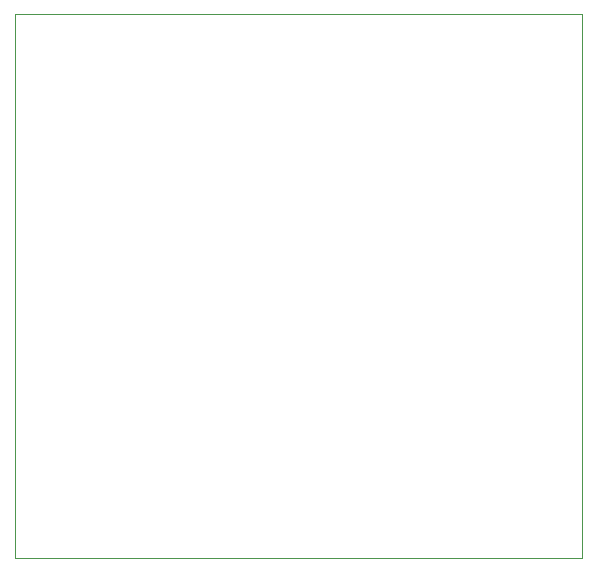
<source format=gbr>
%TF.GenerationSoftware,KiCad,Pcbnew,7.0.5*%
%TF.CreationDate,2023-06-14T12:52:40-07:00*%
%TF.ProjectId,ECE299-RadioClock,45434532-3939-42d5-9261-64696f436c6f,0*%
%TF.SameCoordinates,Original*%
%TF.FileFunction,Profile,NP*%
%FSLAX46Y46*%
G04 Gerber Fmt 4.6, Leading zero omitted, Abs format (unit mm)*
G04 Created by KiCad (PCBNEW 7.0.5) date 2023-06-14 12:52:40*
%MOMM*%
%LPD*%
G01*
G04 APERTURE LIST*
%TA.AperFunction,Profile*%
%ADD10C,0.100000*%
%TD*%
G04 APERTURE END LIST*
D10*
X128000000Y-77000000D02*
X176000000Y-77000000D01*
X176000000Y-123000000D01*
X128000000Y-123000000D01*
X128000000Y-77000000D01*
M02*

</source>
